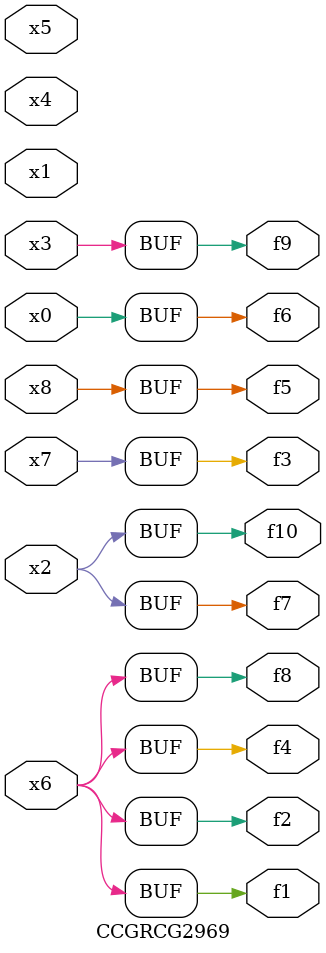
<source format=v>
module CCGRCG2969(
	input x0, x1, x2, x3, x4, x5, x6, x7, x8,
	output f1, f2, f3, f4, f5, f6, f7, f8, f9, f10
);
	assign f1 = x6;
	assign f2 = x6;
	assign f3 = x7;
	assign f4 = x6;
	assign f5 = x8;
	assign f6 = x0;
	assign f7 = x2;
	assign f8 = x6;
	assign f9 = x3;
	assign f10 = x2;
endmodule

</source>
